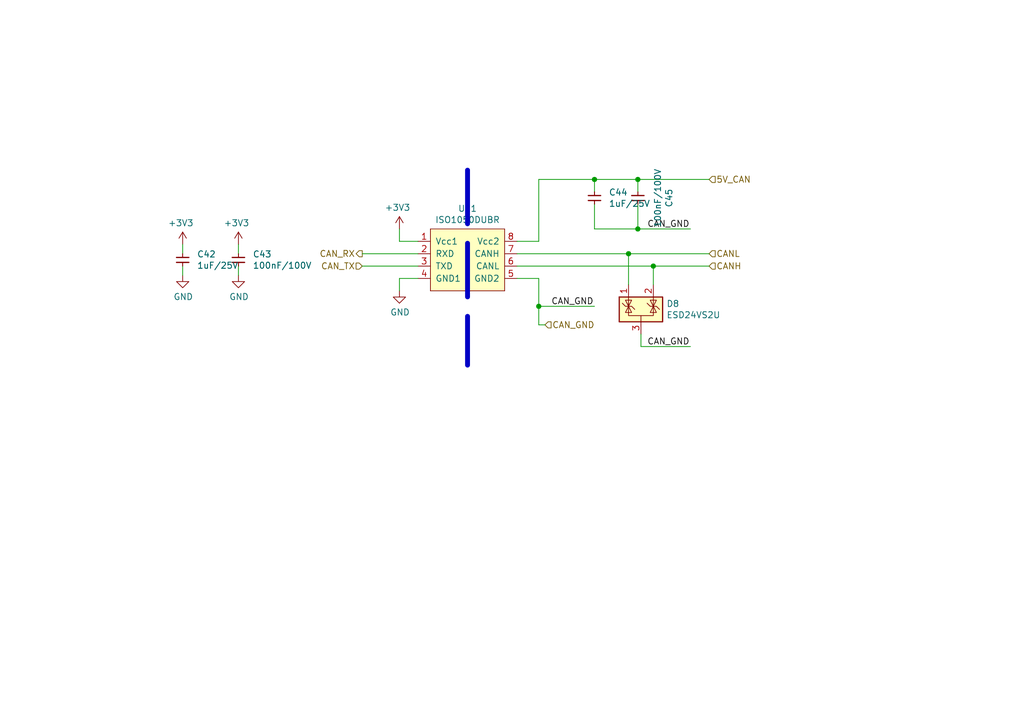
<source format=kicad_sch>
(kicad_sch (version 20230121) (generator eeschema)

  (uuid 54d99f00-ccf1-47ca-82dc-6abcb3aa298d)

  (paper "A5")

  (title_block
    (date "2023-10-19")
    (rev "V0.1")
    (company "teTra")
  )

  (lib_symbols
    (symbol "Device:C" (pin_numbers hide) (pin_names (offset 0.254)) (in_bom yes) (on_board yes)
      (property "Reference" "C" (at 0.635 2.54 0)
        (effects (font (size 1.27 1.27)) (justify left))
      )
      (property "Value" "C" (at 0.635 -2.54 0)
        (effects (font (size 1.27 1.27)) (justify left))
      )
      (property "Footprint" "" (at 0.9652 -3.81 0)
        (effects (font (size 1.27 1.27)) hide)
      )
      (property "Datasheet" "~" (at 0 0 0)
        (effects (font (size 1.27 1.27)) hide)
      )
      (property "ki_keywords" "cap capacitor" (at 0 0 0)
        (effects (font (size 1.27 1.27)) hide)
      )
      (property "ki_description" "Unpolarized capacitor" (at 0 0 0)
        (effects (font (size 1.27 1.27)) hide)
      )
      (property "ki_fp_filters" "C_*" (at 0 0 0)
        (effects (font (size 1.27 1.27)) hide)
      )
      (symbol "C_1_1"
        (polyline
          (pts
            (xy -1.27 -0.508)
            (xy 1.27 -0.508)
          )
          (stroke (width 0.254) (type default))
          (fill (type none))
        )
        (polyline
          (pts
            (xy -1.27 0.508)
            (xy 1.27 0.508)
          )
          (stroke (width 0.254) (type default))
          (fill (type none))
        )
        (pin passive line (at 0 1.27 270) (length 0.762)
          (name "~" (effects (font (size 1.27 1.27))))
          (number "1" (effects (font (size 1.27 1.27))))
        )
        (pin passive line (at 0 -1.27 90) (length 0.762)
          (name "~" (effects (font (size 1.27 1.27))))
          (number "2" (effects (font (size 1.27 1.27))))
        )
      )
    )
    (symbol "ENNOID:ISO1050DUBR" (pin_names (offset 1.016)) (in_bom yes) (on_board yes)
      (property "Reference" "U" (at 0 7.62 0)
        (effects (font (size 1.27 1.27)))
      )
      (property "Value" "ISO1050DUBR" (at 0 -7.62 0)
        (effects (font (size 1.27 1.27)))
      )
      (property "Footprint" "" (at -2.54 -8.89 0)
        (effects (font (size 1.27 1.27)) hide)
      )
      (property "Datasheet" "" (at -2.54 -8.89 0)
        (effects (font (size 1.27 1.27)) hide)
      )
      (symbol "ISO1050DUBR_0_1"
        (rectangle (start -7.62 -6.35) (end 7.62 6.35)
          (stroke (width 0) (type solid))
          (fill (type background))
        )
      )
      (symbol "ISO1050DUBR_1_1"
        (pin power_in line (at -10.16 3.81 0) (length 2.54)
          (name "Vcc1" (effects (font (size 1.27 1.27))))
          (number "1" (effects (font (size 1.27 1.27))))
        )
        (pin input line (at -10.16 1.27 0) (length 2.54)
          (name "RXD" (effects (font (size 1.27 1.27))))
          (number "2" (effects (font (size 1.27 1.27))))
        )
        (pin output line (at -10.16 -1.27 0) (length 2.54)
          (name "TXD" (effects (font (size 1.27 1.27))))
          (number "3" (effects (font (size 1.27 1.27))))
        )
        (pin passive line (at -10.16 -3.81 0) (length 2.54)
          (name "GND1" (effects (font (size 1.27 1.27))))
          (number "4" (effects (font (size 1.27 1.27))))
        )
        (pin passive line (at 10.16 -3.81 180) (length 2.54)
          (name "GND2" (effects (font (size 1.27 1.27))))
          (number "5" (effects (font (size 1.27 1.27))))
        )
        (pin bidirectional line (at 10.16 -1.27 180) (length 2.54)
          (name "CANL" (effects (font (size 1.27 1.27))))
          (number "6" (effects (font (size 1.27 1.27))))
        )
        (pin bidirectional line (at 10.16 1.27 180) (length 2.54)
          (name "CANH" (effects (font (size 1.27 1.27))))
          (number "7" (effects (font (size 1.27 1.27))))
        )
        (pin power_in line (at 10.16 3.81 180) (length 2.54)
          (name "Vcc2" (effects (font (size 1.27 1.27))))
          (number "8" (effects (font (size 1.27 1.27))))
        )
      )
    )
    (symbol "Power_Protection:SZNUP2105L" (pin_names hide) (in_bom yes) (on_board yes)
      (property "Reference" "D" (at 5.715 2.54 0)
        (effects (font (size 1.27 1.27)) (justify left))
      )
      (property "Value" "SZNUP2105L" (at 5.715 0.635 0)
        (effects (font (size 1.27 1.27)) (justify left))
      )
      (property "Footprint" "Package_TO_SOT_SMD:SOT-23" (at 5.715 -1.27 0)
        (effects (font (size 1.27 1.27)) (justify left) hide)
      )
      (property "Datasheet" "http://www.onsemi.com/pub_link/Collateral/NUP2105L-D.PDF" (at 3.175 3.175 0)
        (effects (font (size 1.27 1.27)) hide)
      )
      (property "ki_keywords" "can esd protection suppression transient automotive" (at 0 0 0)
        (effects (font (size 1.27 1.27)) hide)
      )
      (property "ki_description" "Dual Line CAN Bus Protector, 24Vrwm, Automotive Grade" (at 0 0 0)
        (effects (font (size 1.27 1.27)) hide)
      )
      (property "ki_fp_filters" "SOT?23*" (at 0 0 0)
        (effects (font (size 1.27 1.27)) hide)
      )
      (symbol "SZNUP2105L_0_0"
        (pin passive line (at 0 -5.08 90) (length 2.54)
          (name "A" (effects (font (size 1.27 1.27))))
          (number "3" (effects (font (size 1.27 1.27))))
        )
      )
      (symbol "SZNUP2105L_0_1"
        (rectangle (start -4.445 2.54) (end 4.445 -2.54)
          (stroke (width 0.254) (type default))
          (fill (type background))
        )
        (polyline
          (pts
            (xy -2.54 2.54)
            (xy -2.54 0.635)
          )
          (stroke (width 0) (type default))
          (fill (type none))
        )
        (polyline
          (pts
            (xy 0 -1.27)
            (xy 0 -2.54)
          )
          (stroke (width 0) (type default))
          (fill (type none))
        )
        (polyline
          (pts
            (xy 2.54 2.54)
            (xy 2.54 0.635)
          )
          (stroke (width 0) (type default))
          (fill (type none))
        )
        (polyline
          (pts
            (xy -3.81 1.27)
            (xy -3.175 0.635)
            (xy -1.905 0.635)
            (xy -1.27 0)
          )
          (stroke (width 0) (type default))
          (fill (type none))
        )
        (polyline
          (pts
            (xy -2.54 0.635)
            (xy -2.54 -1.27)
            (xy 2.54 -1.27)
            (xy 2.54 0.635)
          )
          (stroke (width 0) (type default))
          (fill (type none))
        )
        (polyline
          (pts
            (xy -2.54 0.635)
            (xy -1.905 -0.635)
            (xy -3.175 -0.635)
            (xy -2.54 0.635)
          )
          (stroke (width 0) (type default))
          (fill (type none))
        )
        (polyline
          (pts
            (xy 2.54 0.635)
            (xy 1.905 -0.635)
            (xy 3.175 -0.635)
            (xy 2.54 0.635)
          )
          (stroke (width 0) (type default))
          (fill (type none))
        )
        (polyline
          (pts
            (xy 2.54 0.635)
            (xy 3.175 1.905)
            (xy 1.905 1.905)
            (xy 2.54 0.635)
          )
          (stroke (width 0) (type default))
          (fill (type none))
        )
        (polyline
          (pts
            (xy -2.54 0.635)
            (xy -3.175 1.905)
            (xy -1.905 1.905)
            (xy -2.54 0.635)
            (xy -2.54 1.27)
          )
          (stroke (width 0) (type default))
          (fill (type none))
        )
        (polyline
          (pts
            (xy 1.27 1.27)
            (xy 1.905 0.635)
            (xy 2.54 0.635)
            (xy 3.175 0.635)
            (xy 3.81 0)
          )
          (stroke (width 0) (type default))
          (fill (type none))
        )
      )
      (symbol "SZNUP2105L_1_1"
        (pin passive line (at -2.54 5.08 270) (length 2.54)
          (name "K" (effects (font (size 1.27 1.27))))
          (number "1" (effects (font (size 1.27 1.27))))
        )
        (pin passive line (at 2.54 5.08 270) (length 2.54)
          (name "K" (effects (font (size 1.27 1.27))))
          (number "2" (effects (font (size 1.27 1.27))))
        )
      )
    )
    (symbol "power:+3V3" (power) (pin_names (offset 0)) (in_bom yes) (on_board yes)
      (property "Reference" "#PWR" (at 0 -3.81 0)
        (effects (font (size 1.27 1.27)) hide)
      )
      (property "Value" "+3V3" (at 0 3.556 0)
        (effects (font (size 1.27 1.27)))
      )
      (property "Footprint" "" (at 0 0 0)
        (effects (font (size 1.27 1.27)) hide)
      )
      (property "Datasheet" "" (at 0 0 0)
        (effects (font (size 1.27 1.27)) hide)
      )
      (property "ki_keywords" "global power" (at 0 0 0)
        (effects (font (size 1.27 1.27)) hide)
      )
      (property "ki_description" "Power symbol creates a global label with name \"+3V3\"" (at 0 0 0)
        (effects (font (size 1.27 1.27)) hide)
      )
      (symbol "+3V3_0_1"
        (polyline
          (pts
            (xy -0.762 1.27)
            (xy 0 2.54)
          )
          (stroke (width 0) (type default))
          (fill (type none))
        )
        (polyline
          (pts
            (xy 0 0)
            (xy 0 2.54)
          )
          (stroke (width 0) (type default))
          (fill (type none))
        )
        (polyline
          (pts
            (xy 0 2.54)
            (xy 0.762 1.27)
          )
          (stroke (width 0) (type default))
          (fill (type none))
        )
      )
      (symbol "+3V3_1_1"
        (pin power_in line (at 0 0 90) (length 0) hide
          (name "+3V3" (effects (font (size 1.27 1.27))))
          (number "1" (effects (font (size 1.27 1.27))))
        )
      )
    )
    (symbol "power:GND" (power) (pin_names (offset 0)) (in_bom yes) (on_board yes)
      (property "Reference" "#PWR" (at 0 -6.35 0)
        (effects (font (size 1.27 1.27)) hide)
      )
      (property "Value" "GND" (at 0 -3.81 0)
        (effects (font (size 1.27 1.27)))
      )
      (property "Footprint" "" (at 0 0 0)
        (effects (font (size 1.27 1.27)) hide)
      )
      (property "Datasheet" "" (at 0 0 0)
        (effects (font (size 1.27 1.27)) hide)
      )
      (property "ki_keywords" "global power" (at 0 0 0)
        (effects (font (size 1.27 1.27)) hide)
      )
      (property "ki_description" "Power symbol creates a global label with name \"GND\" , ground" (at 0 0 0)
        (effects (font (size 1.27 1.27)) hide)
      )
      (symbol "GND_0_1"
        (polyline
          (pts
            (xy 0 0)
            (xy 0 -1.27)
            (xy 1.27 -1.27)
            (xy 0 -2.54)
            (xy -1.27 -1.27)
            (xy 0 -1.27)
          )
          (stroke (width 0) (type default))
          (fill (type none))
        )
      )
      (symbol "GND_1_1"
        (pin power_in line (at 0 0 270) (length 0) hide
          (name "GND" (effects (font (size 1.27 1.27))))
          (number "1" (effects (font (size 1.27 1.27))))
        )
      )
    )
  )

  (junction (at 121.92 36.83) (diameter 0) (color 0 0 0 0)
    (uuid 1d1fdf66-c0a4-4a60-b26e-e28d390dfdec)
  )
  (junction (at 130.81 46.99) (diameter 0) (color 0 0 0 0)
    (uuid 395c69d8-4221-4077-8fff-d263a5fb6a99)
  )
  (junction (at 110.49 62.865) (diameter 0) (color 0 0 0 0)
    (uuid 4f0fab5f-900f-4eac-8ddd-2fa09fc29ef9)
  )
  (junction (at 133.985 54.61) (diameter 0) (color 0 0 0 0)
    (uuid 7f14e26a-8130-4989-aa5b-7408d11d672c)
  )
  (junction (at 128.905 52.07) (diameter 0) (color 0 0 0 0)
    (uuid aa0cb370-9018-4c65-86f1-28f78a665f31)
  )
  (junction (at 130.81 36.83) (diameter 0) (color 0 0 0 0)
    (uuid fdc5ebd5-d1c9-498d-8a71-970c4cfa0941)
  )

  (wire (pts (xy 121.92 41.91) (xy 121.92 46.99))
    (stroke (width 0) (type default))
    (uuid 00b64fb5-32b0-4631-8c2a-6b74185769d9)
  )
  (wire (pts (xy 48.895 50.165) (xy 48.895 52.07))
    (stroke (width 0) (type default))
    (uuid 0c5e0f44-46b7-4c2f-b334-a0520ecab97e)
  )
  (wire (pts (xy 130.81 41.91) (xy 130.81 46.99))
    (stroke (width 0) (type default))
    (uuid 0fbd5a2a-5c6e-4606-b352-36305433f701)
  )
  (wire (pts (xy 74.295 52.07) (xy 85.725 52.07))
    (stroke (width 0) (type default))
    (uuid 1748eff8-6036-4a5b-9a35-c24b1adcd171)
  )
  (wire (pts (xy 131.445 68.58) (xy 131.445 71.12))
    (stroke (width 0) (type default))
    (uuid 174f6d38-7f9f-42d4-8d23-8bf16a87f984)
  )
  (wire (pts (xy 130.81 36.83) (xy 130.81 39.37))
    (stroke (width 0) (type default))
    (uuid 1983eb1f-48d6-454d-afed-7bdc2db3142c)
  )
  (wire (pts (xy 106.045 52.07) (xy 128.905 52.07))
    (stroke (width 0) (type default))
    (uuid 1a6b4a06-f95b-4bbb-abff-9dbfd62c71f3)
  )
  (wire (pts (xy 110.49 57.15) (xy 110.49 62.865))
    (stroke (width 0) (type default))
    (uuid 224f0641-606e-47a2-82b5-a9addde20803)
  )
  (wire (pts (xy 37.465 54.61) (xy 37.465 56.515))
    (stroke (width 0) (type default))
    (uuid 2da448fd-4e9b-4c98-8520-e1cc80ed96e6)
  )
  (polyline (pts (xy 95.885 34.925) (xy 95.885 74.93))
    (stroke (width 1) (type dash))
    (uuid 38e72973-7816-4127-b921-f48dad51c369)
  )

  (wire (pts (xy 130.81 46.99) (xy 141.605 46.99))
    (stroke (width 0) (type default))
    (uuid 3c4936d0-ac7b-401d-b3ef-54e453e9df9a)
  )
  (wire (pts (xy 110.49 66.675) (xy 110.49 62.865))
    (stroke (width 0) (type default))
    (uuid 4fc4e4b9-08e1-415d-a983-21c45f22ac84)
  )
  (wire (pts (xy 110.49 62.865) (xy 121.92 62.865))
    (stroke (width 0) (type default))
    (uuid 560b45d9-21b2-4043-843b-d50328404546)
  )
  (wire (pts (xy 128.905 52.07) (xy 145.415 52.07))
    (stroke (width 0) (type default))
    (uuid 575a48f7-d034-4384-ae34-6ca461f114aa)
  )
  (wire (pts (xy 133.985 58.42) (xy 133.985 54.61))
    (stroke (width 0) (type default))
    (uuid 5c0125c0-7280-462e-ab81-eb9cb0212ab8)
  )
  (wire (pts (xy 37.465 50.165) (xy 37.465 52.07))
    (stroke (width 0) (type default))
    (uuid 67c3dc43-d80d-4f58-9c43-65a2a5e1f6b5)
  )
  (wire (pts (xy 128.905 58.42) (xy 128.905 52.07))
    (stroke (width 0) (type default))
    (uuid 70ed37a3-0e55-4ea2-8d86-8dde83b144b1)
  )
  (wire (pts (xy 110.49 36.83) (xy 110.49 49.53))
    (stroke (width 0) (type default))
    (uuid 76c83a1a-310e-4a55-9e35-42ffe6dcdf2b)
  )
  (wire (pts (xy 131.445 71.12) (xy 141.605 71.12))
    (stroke (width 0) (type default))
    (uuid 7b51b4bb-d7ee-40d1-99c8-e62ee699f984)
  )
  (wire (pts (xy 133.985 54.61) (xy 145.415 54.61))
    (stroke (width 0) (type default))
    (uuid 7ef482fa-4409-47f7-a2a0-e1d269d1b20a)
  )
  (wire (pts (xy 121.92 46.99) (xy 130.81 46.99))
    (stroke (width 0) (type default))
    (uuid 80e5f19f-c19f-4916-8979-bc1521ba9b8b)
  )
  (wire (pts (xy 110.49 57.15) (xy 106.045 57.15))
    (stroke (width 0) (type default))
    (uuid 823fbff9-8119-4139-93f5-74d14d38d17f)
  )
  (wire (pts (xy 111.76 66.675) (xy 110.49 66.675))
    (stroke (width 0) (type default))
    (uuid 83d1fc11-086c-4511-8742-79d9b18a6964)
  )
  (wire (pts (xy 85.725 57.15) (xy 81.915 57.15))
    (stroke (width 0) (type default))
    (uuid 8847f8d3-eade-47b6-83c7-078e0a393876)
  )
  (wire (pts (xy 121.92 36.83) (xy 130.81 36.83))
    (stroke (width 0) (type default))
    (uuid 8fd265bd-99bd-446f-ad1a-ef9d1c86d0d6)
  )
  (wire (pts (xy 81.915 57.15) (xy 81.915 59.69))
    (stroke (width 0) (type default))
    (uuid a9114a75-99ef-429a-8e52-3304152074ae)
  )
  (wire (pts (xy 110.49 49.53) (xy 106.045 49.53))
    (stroke (width 0) (type default))
    (uuid acaae673-63ce-4c89-803d-6cf6be440cda)
  )
  (wire (pts (xy 48.895 54.61) (xy 48.895 56.515))
    (stroke (width 0) (type default))
    (uuid b1e0c633-f479-42e6-812c-6e5f8de7d92d)
  )
  (wire (pts (xy 121.92 36.83) (xy 121.92 39.37))
    (stroke (width 0) (type default))
    (uuid b7313d29-6646-43c8-9b16-71e38e8da3a8)
  )
  (wire (pts (xy 110.49 36.83) (xy 121.92 36.83))
    (stroke (width 0) (type default))
    (uuid b9834e71-0c46-4e97-8519-46c4317a980d)
  )
  (wire (pts (xy 130.81 36.83) (xy 145.415 36.83))
    (stroke (width 0) (type default))
    (uuid cb988029-fc15-487d-891b-103a1b8173ee)
  )
  (wire (pts (xy 74.295 54.61) (xy 85.725 54.61))
    (stroke (width 0) (type default))
    (uuid dc3ffcf2-64b4-4e2b-ad98-baa880c9bdaa)
  )
  (wire (pts (xy 81.915 46.99) (xy 81.915 49.53))
    (stroke (width 0) (type default))
    (uuid e0030542-2555-4300-9646-9dc479928552)
  )
  (wire (pts (xy 106.045 54.61) (xy 133.985 54.61))
    (stroke (width 0) (type default))
    (uuid f320dd82-c035-4771-bd5a-b72fa3b05570)
  )
  (wire (pts (xy 81.915 49.53) (xy 85.725 49.53))
    (stroke (width 0) (type default))
    (uuid ffea8639-a158-4311-8012-d5b4ed25d488)
  )

  (label "CAN_GND" (at 132.715 46.99 0) (fields_autoplaced)
    (effects (font (size 1.27 1.27)) (justify left bottom))
    (uuid 14a23451-337b-45f2-ae88-9af419a9f96f)
  )
  (label "CAN_GND" (at 113.03 62.865 0) (fields_autoplaced)
    (effects (font (size 1.27 1.27)) (justify left bottom))
    (uuid 6568f6af-6e8c-4a5d-b207-167c42699662)
  )
  (label "CAN_GND" (at 132.715 71.12 0) (fields_autoplaced)
    (effects (font (size 1.27 1.27)) (justify left bottom))
    (uuid 79163615-bc46-4c29-bb6d-d2a0c4d84d6b)
  )

  (hierarchical_label "CANH" (shape input) (at 145.415 54.61 0) (fields_autoplaced)
    (effects (font (size 1.27 1.27)) (justify left))
    (uuid 0d52cd9b-e2d6-475c-8ea0-f2d267140eed)
  )
  (hierarchical_label "CANL" (shape input) (at 145.415 52.07 0) (fields_autoplaced)
    (effects (font (size 1.27 1.27)) (justify left))
    (uuid 163af1d0-a0ee-41f7-aad5-7caf225f0996)
  )
  (hierarchical_label "5V_CAN" (shape input) (at 145.415 36.83 0) (fields_autoplaced)
    (effects (font (size 1.27 1.27)) (justify left))
    (uuid 2d24b40a-984d-4692-8031-510f9876f389)
  )
  (hierarchical_label "CAN_GND" (shape input) (at 111.76 66.675 0) (fields_autoplaced)
    (effects (font (size 1.27 1.27)) (justify left))
    (uuid 915e76a0-e240-436c-9287-df66fd8f72d9)
  )
  (hierarchical_label "CAN_RX" (shape output) (at 74.295 52.07 180) (fields_autoplaced)
    (effects (font (size 1.27 1.27)) (justify right))
    (uuid c79ee05b-dc23-47b6-b149-58eb17b48a4b)
  )
  (hierarchical_label "CAN_TX" (shape input) (at 74.295 54.61 180) (fields_autoplaced)
    (effects (font (size 1.27 1.27)) (justify right))
    (uuid f5d24d76-773c-463c-a876-3580799e9351)
  )

  (symbol (lib_id "ENNOID:ISO1050DUBR") (at 95.885 53.34 0) (unit 1)
    (in_bom yes) (on_board yes) (dnp no)
    (uuid 00000000-0000-0000-0000-00005a91e99c)
    (property "Reference" "U11" (at 95.885 42.799 0)
      (effects (font (size 1.27 1.27)))
    )
    (property "Value" "ISO1050DUBR" (at 95.885 45.1104 0)
      (effects (font (size 1.27 1.27)))
    )
    (property "Footprint" "Package_SO:SOP-8_6.62x9.15mm_P2.54mm" (at 93.345 62.23 0)
      (effects (font (size 1.27 1.27)) hide)
    )
    (property "Datasheet" "https://www.ti.com/general/docs/suppproductinfo.tsp?distId=10&gotoUrl=https%3A%2F%2Fwww.ti.com%2Flit%2Fgpn%2Fiso1050" (at 93.345 62.23 0)
      (effects (font (size 1.27 1.27)) hide)
    )
    (property "MPN" "ISO1050DUBR" (at 95.885 53.34 0)
      (effects (font (size 1.27 1.27)) hide)
    )
    (property "Description" "1/1 Transceiver, Isolated Half CANbus 8-SOP" (at 95.885 53.34 0)
      (effects (font (size 1.27 1.27)) hide)
    )
    (property "Link" "https://www.digikey.jp/en/products/detail/texas-instruments/ISO1050DUBR/2094633?s=N4IgTCBcDaIJIGUDyBGADAVjQEQKoCEAlEAXQF8g" (at 95.885 53.34 0)
      (effects (font (size 1.27 1.27)) hide)
    )
    (pin "1" (uuid 181db3ba-d4f6-4641-9c51-bbc414b25a32))
    (pin "2" (uuid 3b7e584a-9625-4369-b37d-ac292f82ae3a))
    (pin "3" (uuid caa09e7c-bf80-40ee-9681-fee87aee6321))
    (pin "4" (uuid c355e5f7-bc43-41ce-898f-dd8a489a4625))
    (pin "5" (uuid e0c6fa61-052f-4510-ab10-768f0aeeefa0))
    (pin "6" (uuid c62ebaf6-5a1d-4e4c-957f-40efef3e20a4))
    (pin "7" (uuid 35cb8c56-aaa6-4aec-a90b-4b642578543e))
    (pin "8" (uuid 9c1d6ef6-9980-435a-8c9a-638a44e56035))
    (instances
      (project "LTC6811_ESP32_V1p3"
        (path "/6a86ff6f-b159-4c4c-8a40-e732cc82e010/00000000-0000-0000-0000-00005a91e16c"
          (reference "U11") (unit 1)
        )
      )
    )
  )

  (symbol (lib_id "power:GND") (at 81.915 59.69 0) (unit 1)
    (in_bom yes) (on_board yes) (dnp no)
    (uuid 00000000-0000-0000-0000-00005a91eadf)
    (property "Reference" "#PWR075" (at 81.915 66.04 0)
      (effects (font (size 1.27 1.27)) hide)
    )
    (property "Value" "GND" (at 82.042 64.0842 0)
      (effects (font (size 1.27 1.27)))
    )
    (property "Footprint" "" (at 81.915 59.69 0)
      (effects (font (size 1.27 1.27)) hide)
    )
    (property "Datasheet" "" (at 81.915 59.69 0)
      (effects (font (size 1.27 1.27)) hide)
    )
    (pin "1" (uuid da920add-4dff-4e17-9ca9-be24608e5c8d))
    (instances
      (project "LTC6811_ESP32_V1p3"
        (path "/6a86ff6f-b159-4c4c-8a40-e732cc82e010/00000000-0000-0000-0000-00005a91e16c"
          (reference "#PWR075") (unit 1)
        )
      )
    )
  )

  (symbol (lib_id "Device:C") (at 48.895 53.34 0) (unit 1)
    (in_bom yes) (on_board yes) (dnp no)
    (uuid 00000000-0000-0000-0000-00005a91eb41)
    (property "Reference" "C43" (at 51.816 52.1716 0)
      (effects (font (size 1.27 1.27)) (justify left))
    )
    (property "Value" "100nF/100V" (at 51.816 54.483 0)
      (effects (font (size 1.27 1.27)) (justify left))
    )
    (property "Footprint" "Capacitor_SMD:C_0603_1608Metric" (at 49.8602 57.15 0)
      (effects (font (size 1.27 1.27)) hide)
    )
    (property "Datasheet" "https://www.digikey.jp/en/products/detail/samsung-electro-mechanics/CL10B104KC8NNNC/5961291?s=N4IgTCBcDaIMIBkCMAGAQqgLAaTgDgDki4AdEkAXQF8g" (at 48.895 53.34 0)
      (effects (font (size 1.27 1.27)) hide)
    )
    (property "MPN" "CL10B104KC8NNNC" (at 48.895 53.34 0)
      (effects (font (size 1.27 1.27)) hide)
    )
    (property "Description" "0.1 µF ±10% 100V Ceramic Capacitor X7R 0603 (1608 Metric)" (at 48.895 53.34 0)
      (effects (font (size 1.27 1.27)) hide)
    )
    (property "Link" "https://www.digikey.jp/en/products/detail/samsung-electro-mechanics/CL10B104KC8NNNC/5961291?s=N4IgTCBcDaIMIBkCMAGAQqgLAaTgDgDki4QBdAXyA" (at 48.895 53.34 0)
      (effects (font (size 1.27 1.27)) hide)
    )
    (pin "1" (uuid 73927e3b-90a4-43ad-9422-f4cfced14aa4))
    (pin "2" (uuid 28ffe2e5-01ff-49f7-99e1-999419e37752))
    (instances
      (project "LTC6811_ESP32_V1p3"
        (path "/6a86ff6f-b159-4c4c-8a40-e732cc82e010/00000000-0000-0000-0000-00005a91e16c"
          (reference "C43") (unit 1)
        )
      )
    )
  )

  (symbol (lib_id "power:GND") (at 48.895 56.515 0) (unit 1)
    (in_bom yes) (on_board yes) (dnp no)
    (uuid 00000000-0000-0000-0000-00005a91eba8)
    (property "Reference" "#PWR073" (at 48.895 62.865 0)
      (effects (font (size 1.27 1.27)) hide)
    )
    (property "Value" "GND" (at 49.022 60.9092 0)
      (effects (font (size 1.27 1.27)))
    )
    (property "Footprint" "" (at 48.895 56.515 0)
      (effects (font (size 1.27 1.27)) hide)
    )
    (property "Datasheet" "" (at 48.895 56.515 0)
      (effects (font (size 1.27 1.27)) hide)
    )
    (pin "1" (uuid e9f24b9c-a8a4-49ee-8c10-03477a8fc0fb))
    (instances
      (project "LTC6811_ESP32_V1p3"
        (path "/6a86ff6f-b159-4c4c-8a40-e732cc82e010/00000000-0000-0000-0000-00005a91e16c"
          (reference "#PWR073") (unit 1)
        )
      )
    )
  )

  (symbol (lib_id "Device:C") (at 37.465 53.34 0) (unit 1)
    (in_bom yes) (on_board yes) (dnp no)
    (uuid 00000000-0000-0000-0000-00005a924642)
    (property "Reference" "C42" (at 40.386 52.1716 0)
      (effects (font (size 1.27 1.27)) (justify left))
    )
    (property "Value" "1uF/25V" (at 40.386 54.483 0)
      (effects (font (size 1.27 1.27)) (justify left))
    )
    (property "Footprint" "Capacitor_SMD:C_0603_1608Metric" (at 38.4302 57.15 0)
      (effects (font (size 1.27 1.27)) hide)
    )
    (property "Datasheet" "https://mm.digikey.com/Volume0/opasdata/d220001/medias/docus/4562/0603B105K250XD.pdf" (at 37.465 53.34 0)
      (effects (font (size 1.27 1.27)) hide)
    )
    (property "MPN" "0603B105K250XD" (at 37.465 53.34 0)
      (effects (font (size 1.27 1.27)) hide)
    )
    (property "Description" "1 µF ±10% 25V Ceramic Capacitor X7R 0603 (1608 Metric)" (at 37.465 53.34 0)
      (effects (font (size 1.27 1.27)) hide)
    )
    (property "Link" "https://www.digikey.jp/en/products/detail/nextgen-components/0603B105K250XD/14670931" (at 37.465 53.34 0)
      (effects (font (size 1.27 1.27)) hide)
    )
    (pin "1" (uuid 29c91a36-79a5-43b9-bd92-f5da7e9e9cfd))
    (pin "2" (uuid 8b7479c6-62a4-4ad7-ac20-aa58a409b11c))
    (instances
      (project "LTC6811_ESP32_V1p3"
        (path "/6a86ff6f-b159-4c4c-8a40-e732cc82e010/00000000-0000-0000-0000-00005a91e16c"
          (reference "C42") (unit 1)
        )
      )
    )
  )

  (symbol (lib_id "power:GND") (at 37.465 56.515 0) (unit 1)
    (in_bom yes) (on_board yes) (dnp no)
    (uuid 00000000-0000-0000-0000-00005a925217)
    (property "Reference" "#PWR071" (at 37.465 62.865 0)
      (effects (font (size 1.27 1.27)) hide)
    )
    (property "Value" "GND" (at 37.592 60.9092 0)
      (effects (font (size 1.27 1.27)))
    )
    (property "Footprint" "" (at 37.465 56.515 0)
      (effects (font (size 1.27 1.27)) hide)
    )
    (property "Datasheet" "" (at 37.465 56.515 0)
      (effects (font (size 1.27 1.27)) hide)
    )
    (pin "1" (uuid c37f830f-33cf-474d-a13f-1c6a9f6a8b40))
    (instances
      (project "LTC6811_ESP32_V1p3"
        (path "/6a86ff6f-b159-4c4c-8a40-e732cc82e010/00000000-0000-0000-0000-00005a91e16c"
          (reference "#PWR071") (unit 1)
        )
      )
    )
  )

  (symbol (lib_id "Device:C") (at 130.81 40.64 180) (unit 1)
    (in_bom yes) (on_board yes) (dnp no)
    (uuid 00000000-0000-0000-0000-00005c24ae55)
    (property "Reference" "C45" (at 137.2108 40.64 90)
      (effects (font (size 1.27 1.27)))
    )
    (property "Value" "100nF/100V" (at 134.8994 40.64 90)
      (effects (font (size 1.27 1.27)))
    )
    (property "Footprint" "Capacitor_SMD:C_0603_1608Metric" (at 129.8448 36.83 0)
      (effects (font (size 1.27 1.27)) hide)
    )
    (property "Datasheet" "https://www.digikey.jp/en/products/detail/samsung-electro-mechanics/CL10B104KC8NNNC/5961291?s=N4IgTCBcDaIMIBkCMAGAQqgLAaTgDgDki4AdEkAXQF8g" (at 130.81 40.64 0)
      (effects (font (size 1.27 1.27)) hide)
    )
    (property "MPN" "CL10B104KC8NNNC" (at 130.81 40.64 0)
      (effects (font (size 1.27 1.27)) hide)
    )
    (property "Description" "0.1 µF ±10% 100V Ceramic Capacitor X7R 0603 (1608 Metric)" (at 130.81 40.64 0)
      (effects (font (size 1.27 1.27)) hide)
    )
    (property "Link" "https://www.digikey.jp/en/products/detail/samsung-electro-mechanics/CL10B104KC8NNNC/5961291?s=N4IgTCBcDaIMIBkCMAGAQqgLAaTgDgDki4QBdAXyA" (at 130.81 40.64 0)
      (effects (font (size 1.27 1.27)) hide)
    )
    (pin "1" (uuid 94e45f63-d13f-420c-a21d-66c0d04d2984))
    (pin "2" (uuid 7df54e25-dcff-40cb-8f0c-eb2cc22196e8))
    (instances
      (project "LTC6811_ESP32_V1p3"
        (path "/6a86ff6f-b159-4c4c-8a40-e732cc82e010/00000000-0000-0000-0000-00005a91e16c"
          (reference "C45") (unit 1)
        )
      )
    )
  )

  (symbol (lib_id "Device:C") (at 121.92 40.64 0) (unit 1)
    (in_bom yes) (on_board yes) (dnp no)
    (uuid 00000000-0000-0000-0000-00005c24b678)
    (property "Reference" "C44" (at 124.841 39.4716 0)
      (effects (font (size 1.27 1.27)) (justify left))
    )
    (property "Value" "1uF/25V" (at 124.841 41.783 0)
      (effects (font (size 1.27 1.27)) (justify left))
    )
    (property "Footprint" "Capacitor_SMD:C_0603_1608Metric" (at 122.8852 44.45 0)
      (effects (font (size 1.27 1.27)) hide)
    )
    (property "Datasheet" "https://mm.digikey.com/Volume0/opasdata/d220001/medias/docus/4562/0603B105K250XD.pdf" (at 121.92 40.64 0)
      (effects (font (size 1.27 1.27)) hide)
    )
    (property "MPN" "0603B105K250XD" (at 121.92 40.64 0)
      (effects (font (size 1.27 1.27)) hide)
    )
    (property "Description" "1 µF ±10% 25V Ceramic Capacitor X7R 0603 (1608 Metric)" (at 121.92 40.64 0)
      (effects (font (size 1.27 1.27)) hide)
    )
    (property "Link" "https://www.digikey.jp/en/products/detail/nextgen-components/0603B105K250XD/14670931" (at 121.92 40.64 0)
      (effects (font (size 1.27 1.27)) hide)
    )
    (pin "1" (uuid f00cb241-8c60-4ca2-b4b7-3ffa861174f3))
    (pin "2" (uuid df7df6f0-c9e9-4849-a368-7bd440698db1))
    (instances
      (project "LTC6811_ESP32_V1p3"
        (path "/6a86ff6f-b159-4c4c-8a40-e732cc82e010/00000000-0000-0000-0000-00005a91e16c"
          (reference "C44") (unit 1)
        )
      )
    )
  )

  (symbol (lib_id "Power_Protection:SZNUP2105L") (at 131.445 63.5 0) (unit 1)
    (in_bom yes) (on_board yes) (dnp no)
    (uuid 00000000-0000-0000-0000-00005c258d40)
    (property "Reference" "D8" (at 136.652 62.3316 0)
      (effects (font (size 1.27 1.27)) (justify left))
    )
    (property "Value" "ESD24VS2U" (at 136.652 64.643 0)
      (effects (font (size 1.27 1.27)) (justify left))
    )
    (property "Footprint" "Package_TO_SOT_SMD:SOT-23" (at 137.16 64.77 0)
      (effects (font (size 1.27 1.27)) (justify left) hide)
    )
    (property "Datasheet" "https://www.infineon.com/dgdl/Infineon-ESD24VS2U-DS-v01_01-en.pdf?fileId=db3a3043340fff53013413a2249d2ff3" (at 134.62 60.325 0)
      (effects (font (size 1.27 1.27)) hide)
    )
    (property "MPN" "ESD24VS2UE6327HTSA1" (at 131.445 63.5 0)
      (effects (font (size 1.27 1.27)) hide)
    )
    (property "Description" "41V Clamp 5A (8/20µs) Ipp Tvs Diode Surface Mount PG-SOT23" (at 131.445 63.5 0)
      (effects (font (size 1.27 1.27)) hide)
    )
    (property "Link" "https://www.digikey.jp/en/products/detail/infineon-technologies/ESD24VS2UE6327HTSA1/1785650" (at 131.445 63.5 0)
      (effects (font (size 1.27 1.27)) hide)
    )
    (pin "3" (uuid 946bb8a4-2e3e-4176-8668-20ee34ce0dcc))
    (pin "1" (uuid a3c4c4a8-c267-4684-9593-1941775c88a0))
    (pin "2" (uuid c3fc8871-d6e5-4c62-9539-471385981ebd))
    (instances
      (project "LTC6811_ESP32_V1p3"
        (path "/6a86ff6f-b159-4c4c-8a40-e732cc82e010/00000000-0000-0000-0000-00005a91e16c"
          (reference "D8") (unit 1)
        )
      )
    )
  )

  (symbol (lib_id "power:+3V3") (at 81.915 46.99 0) (mirror y) (unit 1)
    (in_bom yes) (on_board yes) (dnp no)
    (uuid 92adda24-a4a0-48f7-9162-ebb9a14f4469)
    (property "Reference" "#PWR022" (at 81.915 50.8 0)
      (effects (font (size 1.27 1.27)) hide)
    )
    (property "Value" "+3V3" (at 81.534 42.5958 0)
      (effects (font (size 1.27 1.27)))
    )
    (property "Footprint" "" (at 81.915 46.99 0)
      (effects (font (size 1.27 1.27)) hide)
    )
    (property "Datasheet" "" (at 81.915 46.99 0)
      (effects (font (size 1.27 1.27)) hide)
    )
    (pin "1" (uuid 813b95de-59d9-4606-850d-d0d14d2c0184))
    (instances
      (project "LTC6811_ESP32_V1p3"
        (path "/6a86ff6f-b159-4c4c-8a40-e732cc82e010/00000000-0000-0000-0000-00005c519ba0"
          (reference "#PWR022") (unit 1)
        )
        (path "/6a86ff6f-b159-4c4c-8a40-e732cc82e010/00000000-0000-0000-0000-00005ac18063"
          (reference "#PWR022") (unit 1)
        )
        (path "/6a86ff6f-b159-4c4c-8a40-e732cc82e010/00000000-0000-0000-0000-00005a91e16c"
          (reference "#PWR058") (unit 1)
        )
      )
    )
  )

  (symbol (lib_id "power:+3V3") (at 37.465 50.165 0) (mirror y) (unit 1)
    (in_bom yes) (on_board yes) (dnp no)
    (uuid 95686532-6dcc-4f79-a36a-46975af5f9c0)
    (property "Reference" "#PWR022" (at 37.465 53.975 0)
      (effects (font (size 1.27 1.27)) hide)
    )
    (property "Value" "+3V3" (at 37.084 45.7708 0)
      (effects (font (size 1.27 1.27)))
    )
    (property "Footprint" "" (at 37.465 50.165 0)
      (effects (font (size 1.27 1.27)) hide)
    )
    (property "Datasheet" "" (at 37.465 50.165 0)
      (effects (font (size 1.27 1.27)) hide)
    )
    (pin "1" (uuid 6b2a4728-57a1-4117-8137-a20310b76aa1))
    (instances
      (project "LTC6811_ESP32_V1p3"
        (path "/6a86ff6f-b159-4c4c-8a40-e732cc82e010/00000000-0000-0000-0000-00005c519ba0"
          (reference "#PWR022") (unit 1)
        )
        (path "/6a86ff6f-b159-4c4c-8a40-e732cc82e010/00000000-0000-0000-0000-00005ac18063"
          (reference "#PWR022") (unit 1)
        )
        (path "/6a86ff6f-b159-4c4c-8a40-e732cc82e010/00000000-0000-0000-0000-00005a91e16c"
          (reference "#PWR046") (unit 1)
        )
      )
    )
  )

  (symbol (lib_id "power:+3V3") (at 48.895 50.165 0) (mirror y) (unit 1)
    (in_bom yes) (on_board yes) (dnp no)
    (uuid d8620d82-a297-42d5-b1b3-9b21e601cdc7)
    (property "Reference" "#PWR022" (at 48.895 53.975 0)
      (effects (font (size 1.27 1.27)) hide)
    )
    (property "Value" "+3V3" (at 48.514 45.7708 0)
      (effects (font (size 1.27 1.27)))
    )
    (property "Footprint" "" (at 48.895 50.165 0)
      (effects (font (size 1.27 1.27)) hide)
    )
    (property "Datasheet" "" (at 48.895 50.165 0)
      (effects (font (size 1.27 1.27)) hide)
    )
    (pin "1" (uuid 415b4d05-cc3f-4f5f-8387-e30c46f7fd02))
    (instances
      (project "LTC6811_ESP32_V1p3"
        (path "/6a86ff6f-b159-4c4c-8a40-e732cc82e010/00000000-0000-0000-0000-00005c519ba0"
          (reference "#PWR022") (unit 1)
        )
        (path "/6a86ff6f-b159-4c4c-8a40-e732cc82e010/00000000-0000-0000-0000-00005ac18063"
          (reference "#PWR022") (unit 1)
        )
        (path "/6a86ff6f-b159-4c4c-8a40-e732cc82e010/00000000-0000-0000-0000-00005a91e16c"
          (reference "#PWR054") (unit 1)
        )
      )
    )
  )
)

</source>
